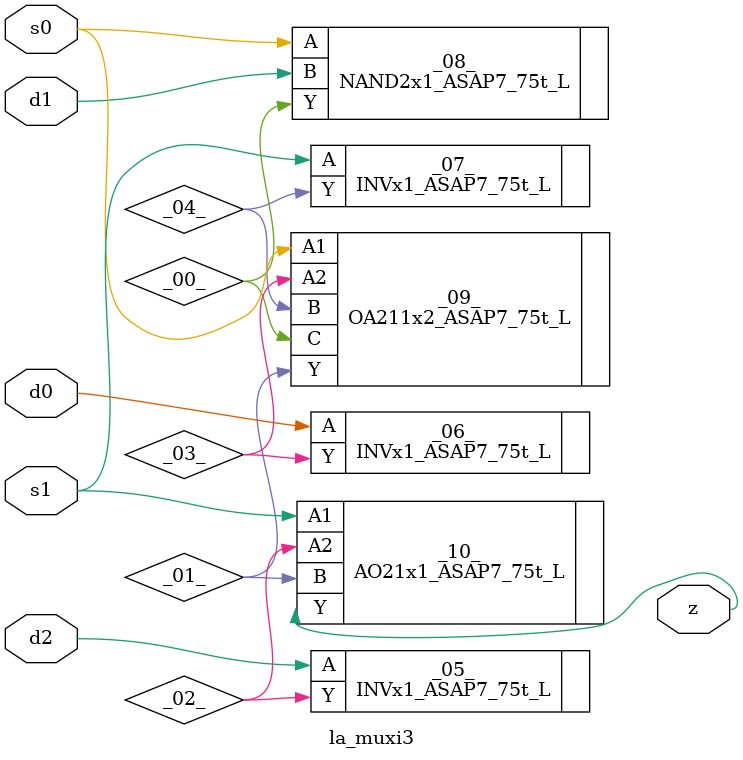
<source format=v>

/* Generated by Yosys 0.44 (git sha1 80ba43d26, g++ 11.4.0-1ubuntu1~22.04 -fPIC -O3) */

(* top =  1  *)
(* src = "generated" *)
module la_muxi3 (
    d0,
    d1,
    d2,
    s0,
    s1,
    z
);
  wire _00_;
  wire _01_;
  wire _02_;
  wire _03_;
  wire _04_;
  (* src = "generated" *)
  input d0;
  wire d0;
  (* src = "generated" *)
  input d1;
  wire d1;
  (* src = "generated" *)
  input d2;
  wire d2;
  (* src = "generated" *)
  input s0;
  wire s0;
  (* src = "generated" *)
  input s1;
  wire s1;
  (* src = "generated" *)
  output z;
  wire z;
  INVx1_ASAP7_75t_L _05_ (
      .A(d2),
      .Y(_02_)
  );
  INVx1_ASAP7_75t_L _06_ (
      .A(d0),
      .Y(_03_)
  );
  INVx1_ASAP7_75t_L _07_ (
      .A(s1),
      .Y(_04_)
  );
  NAND2x1_ASAP7_75t_L _08_ (
      .A(s0),
      .B(d1),
      .Y(_00_)
  );
  OA211x2_ASAP7_75t_L _09_ (
      .A1(s0),
      .A2(_03_),
      .B (_04_),
      .C (_00_),
      .Y (_01_)
  );
  AO21x1_ASAP7_75t_L _10_ (
      .A1(s1),
      .A2(_02_),
      .B (_01_),
      .Y (z)
  );
endmodule

</source>
